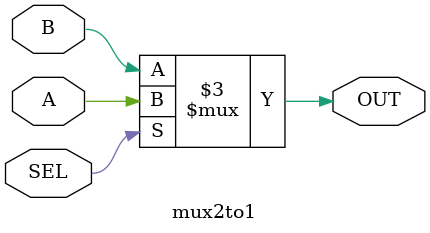
<source format=v>
`timescale 1ns / 1ps
module mux2to1(
    input A, B, SEL,
    output reg OUT
    );
    always @(*) begin
    if(SEL)
        OUT <= A;
    else
        OUT <= B;
    end 
endmodule
</source>
